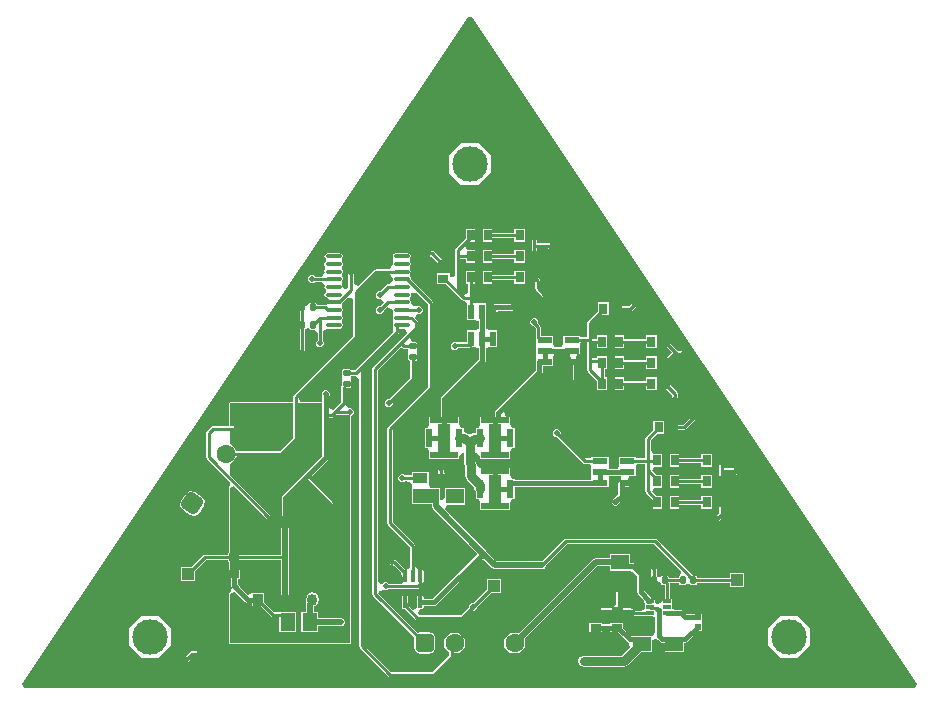
<source format=gtl>
G04*
G04 #@! TF.GenerationSoftware,Altium Limited,Altium Designer,21.6.4 (81)*
G04*
G04 Layer_Physical_Order=1*
G04 Layer_Color=255*
%FSLAX23Y23*%
%MOIN*%
G70*
G04*
G04 #@! TF.SameCoordinates,5C7EE660-6927-4EDB-96E5-1C855801FDE5*
G04*
G04*
G04 #@! TF.FilePolarity,Positive*
G04*
G01*
G75*
%ADD16R,0.026X0.035*%
%ADD17R,0.051X0.019*%
%ADD18R,0.031X0.037*%
%ADD19R,0.039X0.039*%
%ADD20R,0.087X0.047*%
%ADD21R,0.059X0.051*%
%ADD22R,0.094X0.031*%
%ADD23R,0.051X0.035*%
%ADD24R,0.024X0.059*%
%ADD25R,0.094X0.019*%
%ADD26R,0.039X0.094*%
%ADD27R,0.051X0.059*%
%ADD28R,0.035X0.026*%
%ADD29R,0.019X0.051*%
%ADD30R,0.059X0.051*%
G04:AMPARAMS|DCode=31|XSize=19mil|YSize=24mil|CornerRadius=2mil|HoleSize=0mil|Usage=FLASHONLY|Rotation=0.000|XOffset=0mil|YOffset=0mil|HoleType=Round|Shape=RoundedRectangle|*
%AMROUNDEDRECTD31*
21,1,0.019,0.020,0,0,0.0*
21,1,0.015,0.024,0,0,0.0*
1,1,0.004,0.008,-0.010*
1,1,0.004,-0.008,-0.010*
1,1,0.004,-0.008,0.010*
1,1,0.004,0.008,0.010*
%
%ADD31ROUNDEDRECTD31*%
G04:AMPARAMS|DCode=32|XSize=19mil|YSize=24mil|CornerRadius=2mil|HoleSize=0mil|Usage=FLASHONLY|Rotation=270.000|XOffset=0mil|YOffset=0mil|HoleType=Round|Shape=RoundedRectangle|*
%AMROUNDEDRECTD32*
21,1,0.019,0.020,0,0,270.0*
21,1,0.015,0.024,0,0,270.0*
1,1,0.004,-0.010,-0.008*
1,1,0.004,-0.010,0.008*
1,1,0.004,0.010,0.008*
1,1,0.004,0.010,-0.008*
%
%ADD32ROUNDEDRECTD32*%
G04:AMPARAMS|DCode=33|XSize=26mil|YSize=12mil|CornerRadius=1mil|HoleSize=0mil|Usage=FLASHONLY|Rotation=0.000|XOffset=0mil|YOffset=0mil|HoleType=Round|Shape=RoundedRectangle|*
%AMROUNDEDRECTD33*
21,1,0.026,0.010,0,0,0.0*
21,1,0.024,0.012,0,0,0.0*
1,1,0.002,0.012,-0.005*
1,1,0.002,-0.012,-0.005*
1,1,0.002,-0.012,0.005*
1,1,0.002,0.012,0.005*
%
%ADD33ROUNDEDRECTD33*%
%ADD34R,0.037X0.031*%
%ADD35R,0.059X0.047*%
%ADD36R,0.034X0.040*%
G04:AMPARAMS|DCode=37|XSize=40mil|YSize=34mil|CornerRadius=17mil|HoleSize=0mil|Usage=FLASHONLY|Rotation=90.000|XOffset=0mil|YOffset=0mil|HoleType=Round|Shape=RoundedRectangle|*
%AMROUNDEDRECTD37*
21,1,0.040,0.000,0,0,90.0*
21,1,0.005,0.034,0,0,90.0*
1,1,0.034,0.000,0.003*
1,1,0.034,0.000,-0.003*
1,1,0.034,0.000,-0.003*
1,1,0.034,0.000,0.003*
%
%ADD37ROUNDEDRECTD37*%
G04:AMPARAMS|DCode=38|XSize=40mil|YSize=125mil|CornerRadius=17mil|HoleSize=0mil|Usage=FLASHONLY|Rotation=90.000|XOffset=0mil|YOffset=0mil|HoleType=Round|Shape=RoundedRectangle|*
%AMROUNDEDRECTD38*
21,1,0.040,0.091,0,0,90.0*
21,1,0.005,0.125,0,0,90.0*
1,1,0.034,0.045,0.003*
1,1,0.034,0.045,-0.003*
1,1,0.034,-0.045,-0.003*
1,1,0.034,-0.045,0.003*
%
%ADD38ROUNDEDRECTD38*%
%ADD39R,0.020X0.020*%
G04:AMPARAMS|DCode=40|XSize=37mil|YSize=16mil|CornerRadius=2mil|HoleSize=0mil|Usage=FLASHONLY|Rotation=270.000|XOffset=0mil|YOffset=0mil|HoleType=Round|Shape=RoundedRectangle|*
%AMROUNDEDRECTD40*
21,1,0.037,0.012,0,0,270.0*
21,1,0.033,0.016,0,0,270.0*
1,1,0.004,-0.006,-0.017*
1,1,0.004,-0.006,0.017*
1,1,0.004,0.006,0.017*
1,1,0.004,0.006,-0.017*
%
%ADD40ROUNDEDRECTD40*%
%ADD41O,0.053X0.016*%
%ADD67C,0.010*%
%ADD68C,0.015*%
%ADD69C,0.020*%
%ADD70C,0.030*%
%ADD71C,0.118*%
%ADD72C,0.063*%
G04:AMPARAMS|DCode=73|XSize=63mil|YSize=63mil|CornerRadius=16mil|HoleSize=0mil|Usage=FLASHONLY|Rotation=56.000|XOffset=0mil|YOffset=0mil|HoleType=Round|Shape=RoundedRectangle|*
%AMROUNDEDRECTD73*
21,1,0.063,0.031,0,0,56.0*
21,1,0.031,0.063,0,0,56.0*
1,1,0.031,0.022,0.004*
1,1,0.031,0.004,-0.022*
1,1,0.031,-0.022,-0.004*
1,1,0.031,-0.004,0.022*
%
%ADD73ROUNDEDRECTD73*%
G04:AMPARAMS|DCode=74|XSize=63mil|YSize=63mil|CornerRadius=16mil|HoleSize=0mil|Usage=FLASHONLY|Rotation=0.000|XOffset=0mil|YOffset=0mil|HoleType=Round|Shape=RoundedRectangle|*
%AMROUNDEDRECTD74*
21,1,0.063,0.031,0,0,0.0*
21,1,0.031,0.063,0,0,0.0*
1,1,0.031,0.016,-0.016*
1,1,0.031,-0.016,-0.016*
1,1,0.031,-0.016,0.016*
1,1,0.031,0.016,0.016*
%
%ADD74ROUNDEDRECTD74*%
%ADD75C,0.020*%
G36*
X1491Y-737D02*
X1484Y-750D01*
X-1484D01*
X-1491Y-737D01*
X-7Y1489D01*
X7D01*
X1491Y-737D01*
D02*
G37*
%LPC*%
G36*
X29Y1067D02*
X-29D01*
X-70Y1026D01*
Y968D01*
X-29Y927D01*
X29D01*
X70Y968D01*
Y1026D01*
X29Y1067D01*
D02*
G37*
G36*
X186Y782D02*
X148D01*
Y769D01*
X76D01*
Y781D01*
X44D01*
Y739D01*
X76D01*
Y751D01*
X148D01*
Y738D01*
X186D01*
Y782D01*
D02*
G37*
G36*
X216Y769D02*
X210Y766D01*
X210D01*
X208Y762D01*
D01*
X207Y760D01*
X207Y760D01*
X207Y758D01*
Y725D01*
X207Y698D01*
X207Y690D01*
X207Y690D01*
X208Y688D01*
D01*
X210Y684D01*
X210D01*
X216Y681D01*
X222Y684D01*
X222D01*
X224Y688D01*
D01*
X225Y690D01*
X225Y690D01*
X225Y692D01*
Y716D01*
X259D01*
X262Y716D01*
X264Y714D01*
X264D01*
X270Y711D01*
X270Y711D01*
X273Y712D01*
Y712D01*
X276Y714D01*
X278Y717D01*
X278D01*
X279Y720D01*
X276Y726D01*
Y726D01*
X271Y731D01*
X271Y731D01*
X270Y731D01*
X265Y734D01*
X265Y734D01*
X264Y734D01*
X225D01*
X225Y752D01*
X225Y760D01*
X225Y760D01*
X224Y762D01*
D01*
X222Y766D01*
X222D01*
X216Y769D01*
D02*
G37*
G36*
X-135Y709D02*
X-135Y709D01*
X-137Y708D01*
D01*
X-141Y706D01*
Y706D01*
X-144Y700D01*
X-144Y700D01*
X-141Y694D01*
Y694D01*
X-137Y692D01*
D01*
X-137Y692D01*
X-125Y686D01*
X-101Y662D01*
X-98Y658D01*
X-98Y658D01*
X-91Y656D01*
X-91Y656D01*
X-89Y656D01*
X-89Y656D01*
X-86Y657D01*
Y657D01*
X-82Y658D01*
X-80Y665D01*
X-82Y671D01*
X-87Y673D01*
X-121Y706D01*
X-127Y709D01*
X-135Y709D01*
X-135Y709D01*
D02*
G37*
G36*
X186Y712D02*
X148D01*
Y699D01*
X76D01*
Y711D01*
X44D01*
Y669D01*
X76D01*
Y681D01*
X148D01*
Y668D01*
X186D01*
Y712D01*
D02*
G37*
G36*
X19Y781D02*
X-13D01*
Y752D01*
X-46Y718D01*
X-49Y712D01*
Y696D01*
Y625D01*
X-64Y617D01*
X-67Y619D01*
Y634D01*
X-110D01*
Y597D01*
X-79D01*
X-46Y564D01*
X-26Y544D01*
X-20Y541D01*
X-20D01*
X-8Y534D01*
Y477D01*
X14D01*
X16Y477D01*
X30Y474D01*
Y446D01*
X16Y443D01*
X14Y443D01*
X-8D01*
Y403D01*
X-44D01*
X-45Y403D01*
X-55D01*
X-63Y395D01*
Y385D01*
X-55Y377D01*
X-45D01*
X-37Y385D01*
Y385D01*
X-0D01*
X1Y386D01*
X14D01*
X16Y386D01*
X30Y383D01*
Y346D01*
X-93Y223D01*
X-96Y215D01*
Y155D01*
X-135D01*
Y131D01*
X-135D01*
X-140Y118D01*
X-150D01*
Y52D01*
X-140D01*
X-135Y39D01*
X-135D01*
Y15D01*
X-35D01*
Y25D01*
X-20Y38D01*
X-20Y38D01*
X-19Y38D01*
Y0D01*
X-14Y-12D01*
Y-43D01*
X-9Y-57D01*
X16Y-82D01*
Y-85D01*
X20Y-96D01*
Y-118D01*
X30D01*
X35Y-131D01*
X35Y-133D01*
Y-155D01*
X135D01*
Y-131D01*
X135D01*
X140Y-118D01*
X150D01*
Y-79D01*
X406D01*
Y-80D01*
X463D01*
Y-55D01*
X463Y-55D01*
X466Y-41D01*
X497D01*
Y-42D01*
X503D01*
X506Y-57D01*
X501Y-59D01*
X499Y-61D01*
X496Y-69D01*
Y-103D01*
X477Y-122D01*
X474Y-130D01*
X477Y-138D01*
X485Y-141D01*
X493Y-138D01*
X515Y-116D01*
X519Y-108D01*
Y-79D01*
X525D01*
X534Y-75D01*
X537Y-67D01*
X534Y-59D01*
X528Y-57D01*
X531Y-42D01*
X554D01*
Y-20D01*
X554Y-18D01*
Y-5D01*
X558Y-1D01*
X586D01*
Y-24D01*
Y-94D01*
X589Y-100D01*
X611Y-122D01*
Y-151D01*
X642D01*
Y-109D01*
X623D01*
X608Y-95D01*
X616Y-81D01*
X642D01*
Y-39D01*
X623D01*
X608Y-25D01*
X616Y-11D01*
X642D01*
Y31D01*
X611D01*
X604Y43D01*
Y78D01*
X624Y98D01*
X649D01*
Y142D01*
X612D01*
Y111D01*
X589Y88D01*
X586Y82D01*
Y16D01*
X554D01*
Y20D01*
X497D01*
Y-3D01*
X497Y-5D01*
X494Y-19D01*
X466D01*
X463Y-5D01*
X463Y-3D01*
Y20D01*
X406D01*
Y16D01*
X386D01*
X303Y99D01*
Y105D01*
X295Y113D01*
X285D01*
X277Y105D01*
Y95D01*
X285Y87D01*
X291D01*
X376Y1D01*
X383Y-1D01*
X402D01*
X406Y-5D01*
Y-18D01*
X406Y-20D01*
Y-42D01*
X406Y-42D01*
X403Y-56D01*
X150D01*
Y-52D01*
X140D01*
X135Y-39D01*
X135D01*
Y-15D01*
X39D01*
X35Y-15D01*
X24Y-5D01*
X19Y7D01*
Y38D01*
X20Y38D01*
X20Y38D01*
X35Y25D01*
Y15D01*
X135D01*
Y39D01*
X135D01*
X140Y52D01*
X150D01*
Y118D01*
X140D01*
X135Y131D01*
X135D01*
Y155D01*
X121D01*
X114Y170D01*
X239Y296D01*
X243Y304D01*
Y325D01*
X278D01*
Y350D01*
X278Y350D01*
X281Y364D01*
X312D01*
Y363D01*
X335D01*
X338Y348D01*
X332Y346D01*
X329Y338D01*
X332Y330D01*
X340Y326D01*
X344D01*
Y275D01*
X347Y267D01*
X355Y264D01*
X363Y267D01*
X366Y275D01*
Y336D01*
X363Y344D01*
X361Y346D01*
X356Y348D01*
X359Y363D01*
X369D01*
Y385D01*
X369Y387D01*
Y400D01*
X373Y404D01*
X391D01*
Y342D01*
Y311D01*
X394Y305D01*
X426Y273D01*
Y244D01*
X457D01*
Y286D01*
X450D01*
Y314D01*
X457D01*
Y356D01*
X426D01*
Y351D01*
X409D01*
Y396D01*
X426D01*
Y384D01*
X457D01*
Y426D01*
X426D01*
Y414D01*
X409D01*
Y463D01*
X439Y493D01*
X464D01*
Y537D01*
X427D01*
Y506D01*
X394Y473D01*
X391Y467D01*
Y421D01*
X369D01*
Y425D01*
X312D01*
Y402D01*
X312Y400D01*
X309Y386D01*
X281D01*
X278Y400D01*
X278Y402D01*
Y425D01*
X238D01*
Y453D01*
X235Y459D01*
X228Y467D01*
Y475D01*
X220Y483D01*
X210D01*
X202Y475D01*
Y465D01*
X210Y457D01*
X213D01*
X220Y450D01*
Y417D01*
X221Y415D01*
Y402D01*
X221Y400D01*
Y387D01*
X221Y385D01*
Y363D01*
X221D01*
X221Y350D01*
X220Y336D01*
Y308D01*
X86Y174D01*
X83Y166D01*
Y155D01*
X35D01*
Y133D01*
X35Y131D01*
X30Y118D01*
X20D01*
Y102D01*
X15D01*
X1Y96D01*
X0Y95D01*
X-4Y99D01*
X-18Y104D01*
X-20D01*
Y118D01*
X-30D01*
X-35Y131D01*
X-35Y133D01*
Y155D01*
X-74D01*
Y210D01*
X49Y333D01*
X53Y341D01*
Y383D01*
X67Y386D01*
X67Y386D01*
X67Y386D01*
X91D01*
Y443D01*
X67D01*
X67Y443D01*
X53Y446D01*
Y477D01*
X54D01*
Y534D01*
X31D01*
X29Y534D01*
X16D01*
X12Y538D01*
Y599D01*
X19D01*
Y641D01*
X-13D01*
Y599D01*
X-5D01*
Y567D01*
X-20Y562D01*
X-31Y573D01*
Y681D01*
X-13D01*
Y669D01*
X19D01*
Y711D01*
X-8D01*
X-15Y725D01*
X-1Y739D01*
X19D01*
Y781D01*
D02*
G37*
G36*
X186Y642D02*
X148D01*
Y629D01*
X76D01*
Y641D01*
X44D01*
Y599D01*
X76D01*
Y611D01*
X148D01*
Y598D01*
X186D01*
Y642D01*
D02*
G37*
G36*
X216Y629D02*
X216Y629D01*
X213Y627D01*
Y627D01*
X210Y626D01*
X209Y623D01*
D01*
X207Y620D01*
X207Y620D01*
X210Y614D01*
Y614D01*
X218Y606D01*
Y583D01*
X221Y577D01*
X242Y555D01*
X244Y554D01*
X244D01*
X250Y551D01*
X250Y551D01*
X253Y553D01*
Y553D01*
X256Y554D01*
X257Y557D01*
D01*
X259Y560D01*
X259Y560D01*
X256Y566D01*
Y566D01*
X251Y572D01*
X235Y587D01*
Y609D01*
X233Y615D01*
X224Y625D01*
X222Y626D01*
X222D01*
X216Y629D01*
X216Y629D01*
D02*
G37*
G36*
X-208Y702D02*
X-246D01*
X-254Y698D01*
X-257Y690D01*
X-254Y682D01*
Y673D01*
X-257Y665D01*
X-256Y663D01*
X-265Y648D01*
X-311D01*
X-317Y645D01*
X-371Y591D01*
X-386Y597D01*
X-386Y627D01*
X-386Y635D01*
X-386Y635D01*
X-387Y637D01*
D01*
X-389Y641D01*
X-389D01*
X-395Y644D01*
X-401Y641D01*
X-401D01*
X-403Y637D01*
D01*
X-404Y635D01*
X-404Y635D01*
X-404Y633D01*
Y584D01*
X-411Y581D01*
X-421Y583D01*
X-423Y586D01*
X-423Y588D01*
X-424Y591D01*
X-426Y601D01*
X-424Y608D01*
X-424Y610D01*
X-423Y613D01*
X-425Y626D01*
X-423Y639D01*
X-425Y652D01*
X-423Y665D01*
X-426Y673D01*
Y682D01*
X-423Y690D01*
X-426Y698D01*
X-434Y702D01*
X-472D01*
X-480Y698D01*
X-484Y690D01*
X-480Y682D01*
Y673D01*
X-484Y665D01*
X-481Y652D01*
X-484Y639D01*
X-483Y638D01*
X-485Y634D01*
X-491Y622D01*
X-514D01*
X-520Y628D01*
X-530D01*
X-538Y620D01*
Y610D01*
X-530Y602D01*
X-520D01*
X-517Y605D01*
X-491D01*
X-483Y590D01*
X-484Y588D01*
X-480Y579D01*
Y571D01*
X-484Y562D01*
X-480Y554D01*
X-472Y550D01*
X-471D01*
X-469Y547D01*
X-474Y528D01*
X-476Y526D01*
X-482Y529D01*
X-509D01*
Y530D01*
X-511Y534D01*
X-514Y535D01*
X-530D01*
X-534Y534D01*
X-535Y530D01*
X-549Y522D01*
X-550Y522D01*
X-550Y522D01*
X-552Y526D01*
X-552D01*
X-558Y529D01*
X-558Y529D01*
X-564Y526D01*
X-564D01*
X-566Y522D01*
X-566D01*
X-567Y520D01*
X-567Y520D01*
X-567Y518D01*
Y460D01*
Y382D01*
X-567Y374D01*
X-569Y370D01*
X-566Y364D01*
X-560Y361D01*
X-554Y364D01*
X-554D01*
X-552Y366D01*
X-552Y366D01*
X-549Y372D01*
X-549Y372D01*
X-549Y377D01*
Y448D01*
X-535Y450D01*
X-534Y446D01*
X-530Y445D01*
X-514D01*
X-507Y431D01*
Y411D01*
X-513Y405D01*
Y395D01*
X-505Y387D01*
X-495D01*
X-487Y395D01*
Y405D01*
X-490Y409D01*
Y442D01*
X-475Y449D01*
X-472Y448D01*
X-434D01*
X-426Y452D01*
X-423Y460D01*
X-426Y468D01*
Y477D01*
X-423Y485D01*
X-426Y494D01*
Y503D01*
X-423Y511D01*
X-425Y517D01*
X-426Y521D01*
X-424Y535D01*
X-404Y555D01*
X-389Y549D01*
Y424D01*
X-586Y226D01*
X-589Y220D01*
Y203D01*
X-800D01*
X-802Y202D01*
X-803Y200D01*
Y123D01*
X-856D01*
X-862Y120D01*
X-876Y106D01*
X-879Y100D01*
Y20D01*
X-876Y14D01*
X-798Y-64D01*
X-800Y-74D01*
X-802Y-80D01*
X-803Y-80D01*
X-803Y-81D01*
Y-81D01*
X-803Y-82D01*
Y-298D01*
X-805D01*
Y-305D01*
X-883D01*
X-889Y-307D01*
X-930Y-347D01*
X-963D01*
Y-393D01*
X-917D01*
Y-360D01*
X-880Y-322D01*
X-805D01*
Y-329D01*
X-803D01*
Y-355D01*
X-802Y-357D01*
X-800Y-358D01*
X-796Y-370D01*
Y-409D01*
X-792Y-417D01*
X-800Y-431D01*
X-801Y-432D01*
X-802Y-432D01*
X-802Y-432D01*
X-803Y-433D01*
X-803Y-433D01*
X-803Y-434D01*
X-803Y-435D01*
Y-600D01*
X-802Y-602D01*
X-800Y-603D01*
X-400D01*
X-398Y-602D01*
X-397Y-600D01*
Y157D01*
X-395D01*
X-387Y165D01*
Y175D01*
X-395Y183D01*
X-404D01*
X-410Y190D01*
X-414Y195D01*
X-411Y200D01*
Y251D01*
X-411Y252D01*
X-400D01*
X-396Y254D01*
X-395Y257D01*
Y273D01*
X-395Y274D01*
X-396Y277D01*
X-396Y291D01*
X-380D01*
X-369Y280D01*
Y-610D01*
X-366Y-616D01*
X-271Y-711D01*
X-265Y-714D01*
X-120D01*
X-114Y-711D01*
X-54Y-651D01*
X-51Y-645D01*
Y-634D01*
X-36D01*
X-16Y-614D01*
Y-586D01*
X-36Y-566D01*
X-64D01*
X-84Y-586D01*
Y-614D01*
X-69Y-630D01*
Y-642D01*
X-124Y-696D01*
X-261D01*
X-351Y-606D01*
Y316D01*
X-237Y431D01*
X-234Y437D01*
Y448D01*
X-215D01*
X-209Y433D01*
X-236Y406D01*
X-321Y321D01*
X-324Y315D01*
Y-435D01*
X-321Y-441D01*
X-184Y-579D01*
X-186Y-584D01*
Y-616D01*
X-180Y-630D01*
X-166Y-636D01*
X-134D01*
X-120Y-630D01*
X-114Y-616D01*
Y-584D01*
X-120Y-570D01*
X-134Y-564D01*
X-166D01*
X-171Y-566D01*
X-304Y-434D01*
X-303Y-429D01*
X-301Y-426D01*
X-286Y-422D01*
X-285Y-423D01*
X-275D01*
X-270Y-419D01*
X-173D01*
X-167Y-416D01*
X-161Y-410D01*
X-159Y-404D01*
Y-399D01*
X-159D01*
X-155Y-397D01*
X-153Y-393D01*
Y-360D01*
X-155Y-356D01*
X-159Y-355D01*
X-170Y-355D01*
X-181Y-344D01*
Y-275D01*
X-184Y-269D01*
X-256Y-196D01*
Y111D01*
X-124Y244D01*
X-121Y250D01*
Y535D01*
X-124Y541D01*
X-197Y614D01*
X-197Y615D01*
X-199Y627D01*
X-198Y636D01*
X-196Y639D01*
X-200Y647D01*
Y656D01*
X-196Y665D01*
X-200Y673D01*
Y682D01*
X-196Y690D01*
X-200Y698D01*
X-208Y702D01*
D02*
G37*
G36*
X550Y539D02*
X544Y536D01*
X544D01*
X542Y535D01*
X531Y524D01*
X502Y524D01*
X495Y524D01*
X495Y524D01*
X492Y523D01*
D01*
X488Y521D01*
Y521D01*
X486Y515D01*
X488Y509D01*
Y509D01*
X492Y507D01*
D01*
X495Y506D01*
X495Y506D01*
X497Y506D01*
X535D01*
X541Y509D01*
X555Y522D01*
X556Y524D01*
Y524D01*
X559Y530D01*
X559Y530D01*
X558Y533D01*
X558D01*
X556Y536D01*
X553Y538D01*
D01*
X550Y539D01*
X550Y539D01*
D02*
G37*
G36*
X140Y531D02*
X83D01*
X75Y528D01*
X72Y520D01*
X72Y520D01*
X70Y516D01*
X70Y505D01*
X70Y505D01*
X71Y503D01*
D01*
X73Y499D01*
X73D01*
X79Y497D01*
X79Y497D01*
X85Y499D01*
X85D01*
X87Y503D01*
D01*
X87Y503D01*
X99Y509D01*
X140D01*
X148Y512D01*
X151Y520D01*
X148Y528D01*
X140Y531D01*
D02*
G37*
G36*
X624Y427D02*
X587D01*
Y414D01*
X514D01*
Y426D01*
X483D01*
Y384D01*
X514D01*
Y396D01*
X587D01*
Y383D01*
X624D01*
Y427D01*
D02*
G37*
G36*
X655Y411D02*
X655Y411D01*
X652Y410D01*
Y410D01*
X648Y408D01*
X647Y405D01*
D01*
X646Y402D01*
X646Y402D01*
X648Y396D01*
Y396D01*
X654Y390D01*
X674Y370D01*
X650Y346D01*
X648Y344D01*
Y344D01*
X646Y338D01*
X646Y338D01*
X647Y335D01*
X647D01*
X648Y332D01*
X652Y330D01*
D01*
X655Y329D01*
X655Y329D01*
X661Y332D01*
X661D01*
X666Y337D01*
X685Y356D01*
X702Y356D01*
X710Y356D01*
X710Y356D01*
X712Y357D01*
D01*
X716Y359D01*
Y359D01*
X719Y365D01*
X716Y371D01*
Y371D01*
X712Y373D01*
D01*
X710Y374D01*
X710Y374D01*
X708Y374D01*
X695D01*
X662Y407D01*
X661Y408D01*
X661D01*
X655Y411D01*
X655Y411D01*
D02*
G37*
G36*
X624Y357D02*
X587D01*
Y344D01*
X514D01*
Y356D01*
X483D01*
Y314D01*
X514D01*
Y326D01*
X587D01*
Y313D01*
X624D01*
Y357D01*
D02*
G37*
G36*
Y287D02*
X587D01*
Y274D01*
X514D01*
Y286D01*
X483D01*
Y244D01*
X514D01*
Y256D01*
X587D01*
Y243D01*
X624D01*
Y287D01*
D02*
G37*
G36*
X655Y274D02*
X648Y271D01*
X647Y267D01*
D01*
X646Y265D01*
X646Y265D01*
X646Y262D01*
X646Y262D01*
X648Y256D01*
X648Y256D01*
X652Y252D01*
X676Y228D01*
X676Y215D01*
X676Y215D01*
X677Y213D01*
D01*
X679Y209D01*
X679D01*
X685Y206D01*
X691Y209D01*
X691D01*
X693Y213D01*
D01*
X694Y215D01*
X694Y215D01*
X694Y217D01*
Y232D01*
X691Y238D01*
X663Y266D01*
X661Y271D01*
X655Y274D01*
D02*
G37*
G36*
X745Y159D02*
X739Y156D01*
X739D01*
X733Y151D01*
X711Y129D01*
X687Y129D01*
X680Y129D01*
X680Y129D01*
X677Y128D01*
D01*
X673Y126D01*
Y126D01*
X671Y120D01*
X673Y114D01*
Y114D01*
X677Y112D01*
D01*
X680Y111D01*
X680Y111D01*
X682Y111D01*
X715D01*
X721Y114D01*
X750Y142D01*
X751Y144D01*
Y144D01*
X754Y150D01*
X754Y150D01*
X752Y153D01*
X752D01*
X751Y156D01*
X748Y157D01*
D01*
X745Y159D01*
X745Y159D01*
D02*
G37*
G36*
X809Y32D02*
X772D01*
Y19D01*
X699D01*
Y31D01*
X668D01*
Y-11D01*
X699D01*
Y1D01*
X772D01*
Y-12D01*
X809D01*
Y32D01*
D02*
G37*
G36*
X840Y19D02*
X833Y16D01*
X833D01*
X832Y12D01*
D01*
X831Y10D01*
X831Y10D01*
X831Y8D01*
Y-25D01*
X831Y-52D01*
X831Y-60D01*
X831Y-60D01*
X832Y-62D01*
D01*
X833Y-66D01*
X833D01*
X840Y-69D01*
X846Y-66D01*
X846D01*
X847Y-62D01*
D01*
X848Y-60D01*
X848Y-60D01*
X848Y-58D01*
Y-34D01*
X874D01*
X877Y-34D01*
X879Y-36D01*
X879D01*
X885Y-39D01*
X885Y-39D01*
X888Y-38D01*
Y-38D01*
X891Y-36D01*
X892Y-33D01*
X892D01*
X894Y-30D01*
X891Y-24D01*
Y-24D01*
X886Y-19D01*
X886Y-19D01*
X885Y-19D01*
X880Y-16D01*
X880Y-16D01*
X879Y-16D01*
X848D01*
X848Y2D01*
X848Y10D01*
X848Y10D01*
X847Y12D01*
D01*
X846Y16D01*
X846D01*
X840Y19D01*
D02*
G37*
G36*
X-136Y-28D02*
X-193D01*
Y-40D01*
X-216D01*
X-220Y-37D01*
X-230D01*
X-238Y-45D01*
Y-55D01*
X-230Y-63D01*
X-220D01*
X-217Y-60D01*
X-200Y-61D01*
X-196Y-66D01*
X-193Y-73D01*
X-193Y-83D01*
X-193Y-85D01*
Y-137D01*
X-127D01*
Y-143D01*
X-123Y-153D01*
X26Y-303D01*
X-123Y-452D01*
X-153D01*
Y-447D01*
X-155Y-443D01*
X-159Y-441D01*
X-170D01*
X-174Y-443D01*
X-176Y-447D01*
Y-463D01*
X-176Y-463D01*
X-176Y-464D01*
X-176Y-479D01*
X-176Y-481D01*
X-188Y-489D01*
X-204Y-473D01*
Y-466D01*
X-204Y-466D01*
Y-447D01*
X-206Y-443D01*
X-210Y-441D01*
X-221D01*
X-225Y-443D01*
X-227Y-447D01*
Y-480D01*
X-225Y-484D01*
X-221Y-485D01*
X-217D01*
X-181Y-521D01*
X-175Y-524D01*
X-25D01*
X-19Y-521D01*
X9Y-493D01*
X15D01*
X23Y-485D01*
Y-479D01*
X70Y-433D01*
X103D01*
Y-387D01*
X57D01*
Y-420D01*
X11Y-467D01*
X5D01*
X-3Y-475D01*
Y-481D01*
X-29Y-506D01*
X-168D01*
X-173Y-500D01*
X-173Y-499D01*
X-165Y-485D01*
X-159Y-485D01*
X-155Y-484D01*
X-153Y-480D01*
Y-475D01*
X-118D01*
X-110Y-471D01*
X42Y-319D01*
X74Y-350D01*
X74Y-350D01*
X84Y-354D01*
X84Y-354D01*
X240D01*
X243Y-353D01*
X245D01*
X247Y-351D01*
X250Y-350D01*
X251Y-347D01*
X253Y-345D01*
Y-343D01*
X254Y-340D01*
X254Y-339D01*
X324Y-269D01*
X614D01*
X706Y-360D01*
X704Y-367D01*
X700Y-376D01*
X699Y-376D01*
X697Y-380D01*
Y-381D01*
X663D01*
Y-380D01*
X661Y-376D01*
X658Y-375D01*
X642D01*
X639Y-376D01*
X637Y-380D01*
X623Y-378D01*
X623Y-376D01*
X623Y-352D01*
X624Y-350D01*
X621Y-344D01*
X615Y-341D01*
X609Y-344D01*
X609D01*
X608Y-345D01*
X608Y-345D01*
X607Y-347D01*
X606Y-351D01*
X606Y-351D01*
X606Y-351D01*
X606Y-351D01*
X606Y-361D01*
X606Y-382D01*
X606Y-390D01*
X606Y-390D01*
X606Y-392D01*
X606D01*
X608Y-396D01*
X608D01*
X614Y-399D01*
X620Y-396D01*
X622Y-392D01*
X622Y-392D01*
X623Y-392D01*
X637Y-400D01*
X639Y-404D01*
X642Y-405D01*
X650D01*
Y-451D01*
X647D01*
X644Y-452D01*
X643Y-455D01*
Y-458D01*
X629Y-470D01*
X623Y-470D01*
X617Y-461D01*
Y-455D01*
X616Y-452D01*
X613Y-451D01*
X606D01*
X605Y-451D01*
X604Y-447D01*
X581Y-425D01*
Y-370D01*
X578Y-362D01*
X551Y-335D01*
X543Y-332D01*
X533D01*
Y-301D01*
X467D01*
Y-316D01*
X420D01*
X420Y-316D01*
X410Y-320D01*
X410Y-320D01*
X164Y-566D01*
X164Y-566D01*
X136D01*
X116Y-586D01*
Y-614D01*
X136Y-634D01*
X164D01*
X184Y-614D01*
Y-586D01*
X184Y-586D01*
X426Y-344D01*
X467D01*
Y-359D01*
X533D01*
Y-359D01*
X546Y-362D01*
X559Y-375D01*
Y-429D01*
X562Y-437D01*
X582Y-457D01*
X586Y-472D01*
X585Y-475D01*
X585Y-485D01*
X571Y-491D01*
X548D01*
X543Y-485D01*
X536Y-483D01*
X511D01*
Y-405D01*
X508Y-397D01*
X500Y-393D01*
X492Y-397D01*
X489Y-405D01*
Y-468D01*
X474Y-483D01*
X428D01*
X422Y-483D01*
X420Y-483D01*
X420Y-483D01*
X418Y-484D01*
D01*
X414Y-485D01*
Y-485D01*
X411Y-491D01*
X414Y-498D01*
Y-498D01*
X418Y-499D01*
D01*
X420Y-500D01*
X420Y-500D01*
X422Y-500D01*
X533D01*
X539Y-506D01*
X545Y-509D01*
X545Y-509D01*
X589D01*
X599Y-509D01*
X599D01*
X601Y-509D01*
X604Y-507D01*
X616Y-513D01*
X617Y-513D01*
X619Y-514D01*
Y-558D01*
X614Y-571D01*
Y-571D01*
X614Y-571D01*
Y-571D01*
X609Y-576D01*
X604Y-577D01*
X601Y-577D01*
X556D01*
X554Y-576D01*
X538D01*
X511Y-548D01*
Y-533D01*
X469D01*
Y-537D01*
X441D01*
Y-533D01*
X399D01*
Y-564D01*
X441D01*
Y-560D01*
X469D01*
Y-564D01*
X495D01*
X526Y-595D01*
X528Y-596D01*
X533Y-611D01*
X533Y-613D01*
X505Y-641D01*
X380D01*
X366Y-646D01*
X361Y-660D01*
X366Y-674D01*
X380Y-679D01*
X514D01*
X527Y-674D01*
X571Y-630D01*
X608D01*
Y-591D01*
X608Y-591D01*
X609Y-589D01*
X622Y-585D01*
X633Y-594D01*
X634Y-595D01*
X642Y-599D01*
X650D01*
Y-630D01*
X715D01*
Y-599D01*
X718D01*
X726Y-595D01*
X763Y-559D01*
X773D01*
X773Y-533D01*
X773Y-518D01*
Y-501D01*
X747D01*
Y-503D01*
X722D01*
X711Y-492D01*
X703Y-488D01*
X689D01*
X675Y-485D01*
X675Y-465D01*
X675Y-455D01*
X674Y-452D01*
X671Y-451D01*
X668D01*
Y-401D01*
X669Y-399D01*
X697D01*
Y-400D01*
X699Y-404D01*
X702Y-405D01*
X718D01*
X719Y-405D01*
X722Y-404D01*
X734D01*
X737Y-405D01*
X738Y-405D01*
X754D01*
X757Y-404D01*
X759Y-400D01*
Y-399D01*
X867D01*
Y-413D01*
X913D01*
Y-367D01*
X867D01*
Y-381D01*
X759D01*
Y-380D01*
X757Y-376D01*
X754Y-375D01*
X745D01*
X624Y-254D01*
X618Y-251D01*
X320D01*
X314Y-254D01*
X241Y-326D01*
X240Y-326D01*
X89D01*
X54Y-291D01*
X54Y-291D01*
X-83Y-153D01*
X-77Y-139D01*
X-70Y-139D01*
X-17D01*
Y-81D01*
X-83D01*
Y-117D01*
X-98Y-125D01*
X-99Y-124D01*
Y-124D01*
X-99Y-124D01*
X-100Y-121D01*
Y-83D01*
X-132D01*
X-136Y-70D01*
X-136Y-68D01*
Y-28D01*
D02*
G37*
G36*
X809Y-38D02*
X772D01*
Y-51D01*
X699D01*
Y-39D01*
X668D01*
Y-81D01*
X699D01*
Y-69D01*
X772D01*
Y-82D01*
X809D01*
Y-38D01*
D02*
G37*
G36*
X-95Y-11D02*
X-101Y-14D01*
X-101D01*
X-103Y-18D01*
D01*
X-104Y-20D01*
X-104Y-20D01*
X-104Y-22D01*
Y-38D01*
X-101Y-44D01*
X-90Y-55D01*
X-84Y-58D01*
X-68Y-58D01*
X-68Y-58D01*
X-65Y-57D01*
D01*
X-62Y-55D01*
Y-55D01*
X-59Y-49D01*
X-62Y-43D01*
Y-43D01*
X-65Y-41D01*
D01*
X-68Y-40D01*
X-68Y-40D01*
X-70Y-40D01*
X-74D01*
X-86Y-28D01*
X-86Y-20D01*
X-86Y-20D01*
X-87Y-18D01*
D01*
X-89Y-14D01*
X-89D01*
X-95Y-11D01*
D02*
G37*
G36*
X809Y-108D02*
X772D01*
Y-121D01*
X699D01*
Y-109D01*
X668D01*
Y-151D01*
X699D01*
Y-139D01*
X772D01*
Y-152D01*
X809D01*
Y-108D01*
D02*
G37*
G36*
X-932Y-93D02*
X-945Y-101D01*
X-963Y-127D01*
X-966Y-142D01*
X-957Y-155D01*
X-931Y-173D01*
X-916Y-176D01*
X-903Y-168D01*
X-885Y-141D01*
X-882Y-126D01*
X-891Y-113D01*
X-917Y-96D01*
X-932Y-93D01*
D02*
G37*
G36*
X840Y-121D02*
X833Y-124D01*
X833D01*
X832Y-128D01*
D01*
X831Y-130D01*
X831Y-130D01*
X831Y-132D01*
Y-167D01*
X820Y-177D01*
X819Y-179D01*
Y-179D01*
X816Y-185D01*
X816Y-185D01*
X817Y-188D01*
X817D01*
X819Y-191D01*
X822Y-192D01*
D01*
X825Y-194D01*
X825Y-194D01*
X831Y-191D01*
X831D01*
X837Y-186D01*
X846Y-177D01*
X848Y-170D01*
X848Y-138D01*
X848Y-130D01*
X848Y-130D01*
X847Y-128D01*
D01*
X846Y-124D01*
X846D01*
X840Y-121D01*
D02*
G37*
G36*
X-890Y-626D02*
X-892Y-626D01*
X-925D01*
X-931Y-629D01*
X-950Y-647D01*
X-951Y-649D01*
Y-649D01*
X-954Y-655D01*
X-954Y-655D01*
X-952Y-658D01*
X-952D01*
X-951Y-661D01*
X-948Y-663D01*
D01*
X-945Y-664D01*
X-945Y-664D01*
X-939Y-661D01*
X-939D01*
X-933Y-656D01*
X-921Y-644D01*
X-898Y-644D01*
X-890Y-644D01*
X-890Y-644D01*
X-884Y-641D01*
Y-641D01*
X-881Y-635D01*
X-884Y-629D01*
X-888Y-627D01*
D01*
X-890Y-626D01*
X-890Y-626D01*
D02*
G37*
G36*
X1094Y-508D02*
X1036D01*
X995Y-549D01*
Y-607D01*
X1036Y-648D01*
X1094D01*
X1135Y-607D01*
Y-549D01*
X1094Y-508D01*
D02*
G37*
G36*
X-1036D02*
X-1094D01*
X-1135Y-549D01*
Y-607D01*
X-1094Y-648D01*
X-1036D01*
X-995Y-607D01*
Y-549D01*
X-1036Y-508D01*
D02*
G37*
%LPD*%
G36*
X-265Y630D02*
X-256Y615D01*
X-257Y613D01*
X-256Y611D01*
X-265Y596D01*
X-272D01*
X-278Y594D01*
X-299Y573D01*
X-305D01*
X-313Y565D01*
Y555D01*
X-305Y547D01*
X-296D01*
X-287Y535D01*
X-299Y523D01*
X-305D01*
X-313Y515D01*
Y505D01*
X-305Y497D01*
X-295D01*
X-287Y505D01*
Y510D01*
X-276Y520D01*
X-270Y519D01*
X-257Y511D01*
X-256Y508D01*
X-254Y498D01*
X-256Y489D01*
X-257Y485D01*
X-254Y477D01*
Y468D01*
X-256Y464D01*
X-257Y460D01*
X-254Y452D01*
X-255Y437D01*
X-366Y326D01*
X-381Y311D01*
X-396Y312D01*
X-400Y314D01*
X-420D01*
X-424Y312D01*
X-425Y309D01*
Y293D01*
X-425Y292D01*
X-424Y289D01*
Y277D01*
X-425Y274D01*
X-425Y273D01*
Y262D01*
X-426Y261D01*
X-429Y255D01*
Y204D01*
X-454Y179D01*
X-463Y181D01*
X-469Y185D01*
Y223D01*
X-467Y225D01*
Y235D01*
X-475Y243D01*
X-485D01*
X-493Y235D01*
Y225D01*
X-491Y223D01*
Y203D01*
X-567D01*
X-570Y218D01*
X-374Y414D01*
X-371Y420D01*
Y566D01*
X-307Y630D01*
X-265D01*
D02*
G37*
G36*
X-139Y532D02*
Y254D01*
X-271Y121D01*
X-274Y115D01*
Y-200D01*
X-271Y-206D01*
X-199Y-279D01*
Y-348D01*
X-212Y-355D01*
X-215Y-354D01*
X-245Y-324D01*
X-251Y-321D01*
X-260Y-321D01*
X-260Y-321D01*
X-262Y-322D01*
D01*
X-266Y-324D01*
Y-324D01*
X-269Y-330D01*
X-269Y-330D01*
X-266Y-336D01*
Y-336D01*
X-262Y-338D01*
D01*
X-262Y-338D01*
X-250Y-344D01*
X-228Y-366D01*
X-224Y-376D01*
X-224Y-377D01*
X-222Y-383D01*
X-218Y-391D01*
X-226Y-401D01*
X-270D01*
X-275Y-397D01*
X-285D01*
X-291Y-402D01*
X-291Y-403D01*
X-295Y-402D01*
Y-402D01*
X-295Y-402D01*
X-295D01*
X-306Y-394D01*
Y311D01*
X-230Y388D01*
X-226Y384D01*
X-220Y381D01*
X-205D01*
X-205Y381D01*
X-204Y366D01*
X-205Y363D01*
X-205Y362D01*
Y346D01*
X-204Y343D01*
X-200Y341D01*
X-199D01*
Y284D01*
X-269Y213D01*
X-275D01*
X-283Y205D01*
Y195D01*
X-275Y187D01*
X-265D01*
X-257Y195D01*
Y201D01*
X-184Y274D01*
X-181Y280D01*
Y341D01*
X-180D01*
X-176Y343D01*
X-175Y346D01*
Y362D01*
X-175Y363D01*
X-176Y366D01*
Y378D01*
X-175Y381D01*
X-175Y382D01*
Y398D01*
X-176Y401D01*
X-180Y403D01*
X-193D01*
X-200Y418D01*
X-174Y444D01*
X-171Y450D01*
Y470D01*
X-174Y476D01*
X-183Y485D01*
X-174Y497D01*
X-165D01*
X-157Y505D01*
Y515D01*
X-165Y523D01*
X-175D01*
X-184Y524D01*
X-191Y529D01*
X-196Y537D01*
X-199Y549D01*
X-196Y562D01*
X-197Y564D01*
X-195Y567D01*
X-176Y569D01*
X-139Y532D01*
D02*
G37*
G36*
X-589Y84D02*
X-632Y40D01*
X-779D01*
X-781Y52D01*
X-800Y65D01*
Y106D01*
X-764Y106D01*
X-756Y106D01*
X-756Y106D01*
X-754Y107D01*
D01*
X-750Y108D01*
Y108D01*
X-747Y114D01*
X-750Y120D01*
Y120D01*
X-754Y122D01*
D01*
X-756Y123D01*
X-756Y123D01*
X-758Y123D01*
X-800D01*
Y200D01*
X-589D01*
Y84D01*
D02*
G37*
G36*
X-400Y-600D02*
X-800D01*
Y-435D01*
X-785Y-428D01*
X-783D01*
X-748Y-463D01*
X-740Y-466D01*
X-725D01*
Y-477D01*
X-697D01*
X-663Y-512D01*
X-657Y-514D01*
X-636D01*
Y-563D01*
X-579D01*
Y-497D01*
X-626D01*
X-628Y-497D01*
X-653D01*
X-685Y-465D01*
Y-432D01*
X-725D01*
Y-432D01*
X-740Y-439D01*
X-767Y-412D01*
Y-410D01*
X-773Y-404D01*
Y-386D01*
X-764D01*
Y-355D01*
X-800D01*
Y-322D01*
X-629D01*
Y-455D01*
X-625Y-465D01*
X-615Y-469D01*
X-605Y-465D01*
X-601Y-455D01*
Y-305D01*
Y-195D01*
X-604Y-189D01*
Y-120D01*
X-538Y-54D01*
X-458Y-135D01*
X-456Y-136D01*
X-456D01*
X-450Y-139D01*
X-450Y-139D01*
X-447Y-138D01*
D01*
X-444Y-136D01*
X-442Y-133D01*
D01*
X-441Y-130D01*
X-441Y-130D01*
X-444Y-124D01*
Y-124D01*
X-445Y-122D01*
X-445Y-122D01*
X-449Y-118D01*
X-526Y-42D01*
X-472Y12D01*
X-469Y20D01*
Y151D01*
X-460D01*
X-454Y154D01*
X-446Y161D01*
X-400D01*
Y-600D01*
D02*
G37*
G36*
X-491Y160D02*
Y25D01*
X-548Y-32D01*
X-548Y-32D01*
X-623Y-107D01*
X-626Y-115D01*
Y-187D01*
X-651D01*
X-800Y-38D01*
Y-1D01*
X-791Y0D01*
X-776Y23D01*
X-629D01*
X-622Y25D01*
X-574Y74D01*
X-571Y80D01*
Y200D01*
X-491D01*
Y160D01*
D02*
G37*
G36*
X-661Y-201D02*
X-655Y-204D01*
X-629D01*
Y-305D01*
X-800D01*
Y-82D01*
X-786Y-76D01*
X-661Y-201D01*
D02*
G37*
%LPC*%
G36*
X-525Y-430D02*
X-540Y-437D01*
X-547Y-452D01*
Y-457D01*
X-544Y-463D01*
X-547Y-469D01*
Y-497D01*
X-561D01*
Y-563D01*
X-504D01*
Y-544D01*
X-430D01*
X-427Y-543D01*
X-425D01*
X-423Y-541D01*
X-420Y-540D01*
X-419Y-537D01*
X-417Y-535D01*
Y-533D01*
X-416Y-530D01*
X-417Y-527D01*
Y-525D01*
X-419Y-523D01*
X-420Y-520D01*
X-423Y-519D01*
X-425Y-517D01*
X-427D01*
X-430Y-516D01*
X-504D01*
Y-497D01*
X-519D01*
Y-477D01*
X-509Y-473D01*
X-503Y-457D01*
Y-452D01*
X-509Y-437D01*
X-525Y-430D01*
D02*
G37*
%LPD*%
D16*
X499Y335D02*
D03*
X441D02*
D03*
X499Y405D02*
D03*
X441D02*
D03*
X499Y265D02*
D03*
X441D02*
D03*
X684Y-60D02*
D03*
X626D02*
D03*
X684Y-130D02*
D03*
X626D02*
D03*
X684Y10D02*
D03*
X626D02*
D03*
X3Y760D02*
D03*
X60D02*
D03*
X3Y690D02*
D03*
X60D02*
D03*
X3Y620D02*
D03*
X60D02*
D03*
D17*
X340Y412D02*
D03*
Y375D02*
D03*
Y338D02*
D03*
X250D02*
D03*
Y375D02*
D03*
Y412D02*
D03*
X525Y7D02*
D03*
Y-30D02*
D03*
Y-67D02*
D03*
X435D02*
D03*
Y-30D02*
D03*
Y7D02*
D03*
D18*
X495Y515D02*
D03*
X445D02*
D03*
X655Y405D02*
D03*
X605D02*
D03*
X655Y335D02*
D03*
X605D02*
D03*
X655Y265D02*
D03*
X605D02*
D03*
X840Y-130D02*
D03*
X790D02*
D03*
Y-60D02*
D03*
X840D02*
D03*
X630Y120D02*
D03*
X680D02*
D03*
X790Y10D02*
D03*
X840D02*
D03*
X167Y760D02*
D03*
X216D02*
D03*
X167Y620D02*
D03*
X216D02*
D03*
X167Y690D02*
D03*
X216D02*
D03*
D19*
X-890Y-635D02*
D03*
X80Y-410D02*
D03*
X890Y-390D02*
D03*
X-940Y-370D02*
D03*
D20*
X-146Y-110D02*
D03*
D21*
X-50D02*
D03*
D22*
X-68Y-49D02*
D03*
D23*
X-164D02*
D03*
D24*
X35Y-85D02*
D03*
X135D02*
D03*
X-35Y85D02*
D03*
X-135D02*
D03*
X35D02*
D03*
X135D02*
D03*
D25*
X85Y-27D02*
D03*
Y-143D02*
D03*
X-85Y27D02*
D03*
Y143D02*
D03*
X85D02*
D03*
Y27D02*
D03*
D26*
Y-85D02*
D03*
X-85Y85D02*
D03*
X85D02*
D03*
D27*
X-533Y-530D02*
D03*
X-607D02*
D03*
D28*
X-784Y-370D02*
D03*
Y-313D02*
D03*
X490Y-549D02*
D03*
Y-491D02*
D03*
X420Y-549D02*
D03*
Y-491D02*
D03*
D29*
X4Y415D02*
D03*
X41D02*
D03*
X79D02*
D03*
Y505D02*
D03*
X41D02*
D03*
X4D02*
D03*
D30*
X500Y-330D02*
D03*
Y-405D02*
D03*
D31*
X-522Y520D02*
D03*
X-558D02*
D03*
X-522Y460D02*
D03*
X-558D02*
D03*
X710Y-390D02*
D03*
X746D02*
D03*
X614D02*
D03*
X650D02*
D03*
D32*
X-190Y354D02*
D03*
Y390D02*
D03*
X-410Y265D02*
D03*
Y301D02*
D03*
D33*
X659Y-460D02*
D03*
Y-480D02*
D03*
Y-500D02*
D03*
X601D02*
D03*
Y-480D02*
D03*
Y-460D02*
D03*
D34*
X-89Y615D02*
D03*
Y665D02*
D03*
D35*
X682Y-604D02*
D03*
X576D02*
D03*
D36*
X-705Y-455D02*
D03*
D37*
X-615D02*
D03*
X-525D02*
D03*
D38*
X-615Y-195D02*
D03*
D39*
X760Y-546D02*
D03*
Y-514D02*
D03*
D40*
X-164Y-463D02*
D03*
X-216D02*
D03*
Y-377D02*
D03*
X-190D02*
D03*
X-164D02*
D03*
D41*
X-227Y460D02*
D03*
Y485D02*
D03*
X-227Y511D02*
D03*
X-227Y537D02*
D03*
X-227Y562D02*
D03*
Y588D02*
D03*
X-227Y613D02*
D03*
X-227Y639D02*
D03*
Y665D02*
D03*
Y690D02*
D03*
X-453Y460D02*
D03*
Y485D02*
D03*
Y511D02*
D03*
X-453Y537D02*
D03*
X-453Y562D02*
D03*
Y588D02*
D03*
X-453Y613D02*
D03*
X-453Y639D02*
D03*
X-453Y665D02*
D03*
Y690D02*
D03*
D67*
X-84Y-49D02*
X-68D01*
X-95Y-38D02*
X-84Y-49D01*
X-95Y-38D02*
Y-20D01*
X215Y467D02*
X229Y453D01*
X215Y467D02*
Y470D01*
X229Y417D02*
Y453D01*
X499Y405D02*
X605D01*
X400Y311D02*
Y342D01*
X499Y335D02*
X605D01*
X692Y365D02*
X710D01*
X655Y338D02*
X682Y365D01*
X692D01*
X655Y402D02*
X692Y365D01*
X495Y515D02*
X535D01*
X550Y530D01*
X400Y311D02*
X441Y270D01*
Y335D01*
Y511D02*
X445Y515D01*
X400Y467D02*
X441Y508D01*
X400Y405D02*
X441D01*
Y508D02*
Y511D01*
X400Y415D02*
Y467D01*
Y405D02*
Y415D01*
Y342D02*
Y405D01*
X400Y405D01*
X400Y342D02*
X434D01*
X441Y335D01*
X340Y412D02*
X397D01*
X400Y415D01*
X441Y265D02*
Y270D01*
X655Y262D02*
X685Y232D01*
Y215D02*
Y232D01*
X499Y265D02*
X605D01*
X655Y262D02*
Y265D01*
X10Y-480D02*
X80Y-410D01*
X-25Y-515D02*
X10Y-480D01*
X-225Y-50D02*
X-224Y-49D01*
X-164D01*
X290Y100D02*
X383Y7D01*
X435D01*
X-251Y-330D02*
X-216Y-366D01*
X-260Y-330D02*
X-251D01*
X-216Y-377D02*
Y-366D01*
X-265Y-200D02*
X-190Y-275D01*
Y-377D02*
Y-275D01*
X-280Y-410D02*
X-173D01*
X-167Y-404D01*
Y-380D01*
X-164Y-377D01*
X-213Y-477D02*
X-175Y-515D01*
X-213Y-477D02*
Y-466D01*
X-175Y-515D02*
X-25D01*
X-216Y-463D02*
X-213Y-466D01*
X-190Y280D02*
Y354D01*
X-270Y200D02*
X-190Y280D01*
X-230Y400D02*
X-180Y450D01*
X-315Y315D02*
X-230Y400D01*
X-220Y390D01*
X-190D01*
X-180Y450D02*
Y470D01*
X229Y417D02*
X233Y412D01*
X250D01*
X626Y-130D02*
Y-125D01*
X595Y-94D02*
X626Y-125D01*
X595Y-94D02*
Y-24D01*
X626Y-60D02*
Y-55D01*
X595Y-24D02*
X626Y-55D01*
X595Y-24D02*
Y7D01*
X525D02*
X595D01*
X624D01*
X626Y10D01*
X595Y7D02*
Y82D01*
X626Y113D01*
X684Y-130D02*
X790D01*
X684Y-60D02*
X790D01*
X684Y10D02*
X790D01*
X680Y120D02*
X715D01*
X745Y150D01*
X825Y-185D02*
X840Y-170D01*
Y-60D02*
Y-25D01*
Y-170D02*
Y-130D01*
X880Y-25D02*
X885Y-30D01*
X840Y-25D02*
X880D01*
X840D02*
Y10D01*
X-945Y-655D02*
X-925Y-635D01*
X-890D01*
X-940Y-370D02*
X-883Y-313D01*
X-784D01*
X-623D02*
X-615Y-305D01*
X-784Y-313D02*
X-623D01*
X-657Y-505D02*
X-628D01*
X-705Y-457D02*
X-657Y-505D01*
X-705Y-457D02*
Y-455D01*
X-607Y-530D02*
Y-526D01*
X-628Y-505D02*
X-607Y-526D01*
X-540Y-40D02*
X-450Y-130D01*
X216Y725D02*
Y760D01*
Y690D02*
Y725D01*
X265D01*
X270Y720D01*
X227Y583D02*
Y609D01*
X216Y620D02*
X227Y609D01*
Y583D02*
X250Y560D01*
X-40Y570D02*
X-20Y550D01*
X-86Y615D02*
X-40Y570D01*
X-40Y570D01*
Y696D01*
X-34Y690D02*
X3D01*
X-40Y696D02*
X-34Y690D01*
X-40Y696D02*
Y712D01*
X3Y755D02*
Y760D01*
X-40Y712D02*
X3Y755D01*
X3Y550D02*
Y619D01*
Y506D02*
Y550D01*
X-20D02*
X3D01*
X-89Y615D02*
X-86D01*
X-558Y372D02*
Y460D01*
X-560Y370D02*
X-558Y372D01*
Y460D02*
Y520D01*
X545Y-500D02*
X545Y-500D01*
X601D02*
X601Y-500D01*
X545Y-500D02*
X601D01*
X492Y-491D02*
X536D01*
X490D02*
X492D01*
X536D02*
X545Y-500D01*
X420Y-491D02*
X490D01*
X492D02*
X500Y-484D01*
X614Y-351D02*
X615Y-350D01*
X614Y-390D02*
Y-351D01*
X79Y516D02*
X83Y520D01*
X79Y505D02*
Y516D01*
X-395Y576D02*
Y635D01*
X-453Y537D02*
X-434D01*
X-395Y576D01*
X-127Y700D02*
X-91Y665D01*
X-135Y700D02*
X-127D01*
X-91Y665D02*
X-89D01*
X602Y-481D02*
X621D01*
X625Y-485D01*
X601Y-480D02*
X602Y-481D01*
X320Y-260D02*
X618D01*
X240Y-340D02*
X320Y-260D01*
X746Y-390D02*
Y-388D01*
X618Y-260D02*
X746Y-388D01*
Y-390D02*
X890D01*
X659Y-460D02*
Y-401D01*
X650Y-392D02*
X659Y-401D01*
X650Y-392D02*
Y-390D01*
X710D01*
X60Y620D02*
X167D01*
X60Y690D02*
X167D01*
X60Y760D02*
X167D01*
X-89Y615D02*
X-84Y620D01*
X3D02*
X3Y619D01*
Y506D02*
X4Y505D01*
X-499Y401D02*
Y485D01*
X-500Y400D02*
X-499Y401D01*
X-450Y170D02*
X-420Y200D01*
X-460Y160D02*
X-450Y170D01*
X-400D01*
X-417Y260D02*
X-412Y265D01*
X-417Y258D02*
Y260D01*
X-420Y255D02*
X-417Y258D01*
X-420Y200D02*
Y255D01*
X-412Y265D02*
X-410D01*
X-480Y160D02*
X-460D01*
X-856Y114D02*
X-756D01*
X-870Y100D02*
X-856Y114D01*
X-870Y20D02*
Y100D01*
Y20D02*
X-655Y-195D01*
X-615D01*
X-523Y613D02*
X-453D01*
X-525Y615D02*
X-523Y613D01*
X-522Y520D02*
X-482D01*
X-473Y511D01*
X-453D01*
X-522Y462D02*
X-499Y485D01*
X-453D01*
X-522Y460D02*
Y462D01*
X-311Y639D02*
X-227D01*
X-380Y570D02*
X-311Y639D01*
X-380Y420D02*
Y570D01*
X-580Y220D02*
X-380Y420D01*
X-580Y80D02*
Y220D01*
X-629Y31D02*
X-580Y80D01*
X-812Y31D02*
X-629D01*
X-273Y537D02*
X-227D01*
X-300Y510D02*
X-273Y537D01*
X4Y398D02*
Y415D01*
X-0Y394D02*
X4Y398D01*
X-46Y394D02*
X-0D01*
X-50Y390D02*
X-46Y394D01*
X-171Y511D02*
X-170Y510D01*
X-227Y511D02*
X-171D01*
X-300Y560D02*
X-272Y588D01*
X-227D01*
X-208Y613D02*
X-130Y535D01*
X-227Y613D02*
X-208D01*
X-227Y485D02*
X-195D01*
X-180Y470D01*
X-265Y115D02*
X-130Y250D01*
Y535D01*
X-243Y457D02*
X-240Y460D01*
X-360Y320D02*
X-243Y437D01*
Y457D01*
X-240Y460D02*
X-227D01*
X-402Y300D02*
X-380D01*
X-265Y-200D02*
Y115D01*
X-315Y-435D02*
Y315D01*
Y-435D02*
X-150Y-600D01*
X-60Y-645D02*
Y-610D01*
X-120Y-705D02*
X-60Y-645D01*
Y-610D02*
X-50Y-600D01*
X-265Y-705D02*
X-120D01*
X-360Y-610D02*
X-265Y-705D01*
X-360Y-610D02*
Y320D01*
X-380Y300D02*
X-360Y320D01*
D68*
X92Y143D02*
X94Y145D01*
Y166D02*
X231Y304D01*
X85Y143D02*
X92D01*
X94Y145D02*
Y166D01*
X85Y85D02*
Y143D01*
X353Y338D02*
X355Y336D01*
Y275D02*
Y336D01*
X340Y338D02*
X353D01*
X231Y304D02*
Y336D01*
X-164Y-463D02*
X-118D01*
X44Y-301D01*
X-85Y27D02*
Y85D01*
X85Y-143D02*
Y-85D01*
Y-27D01*
Y-85D02*
X135D01*
Y-72D02*
X140Y-67D01*
X135Y-85D02*
Y-72D01*
X140Y-67D02*
X435D01*
X-135Y85D02*
X-85D01*
Y143D01*
Y215D01*
X41Y341D01*
X85Y85D02*
X135D01*
X85Y27D02*
Y85D01*
X233Y338D02*
X250D01*
X231Y336D02*
X233Y338D01*
X250D02*
Y375D01*
X340D01*
X485Y-130D02*
X507Y-108D01*
Y-69D01*
X509Y-67D01*
X525D01*
X435Y-30D02*
X525D01*
X-780Y-415D02*
Y-414D01*
X-784Y-409D02*
Y-370D01*
Y-409D02*
X-780Y-414D01*
X-784Y-370D02*
X-779D01*
X-740Y-455D02*
X-705D01*
X-780Y-415D02*
X-740Y-455D01*
X500Y-484D02*
Y-405D01*
X83Y520D02*
X140D01*
X642Y-587D02*
X666D01*
X682Y-604D01*
X630Y-575D02*
X642Y-587D01*
X625Y-485D02*
X630Y-490D01*
Y-575D02*
Y-490D01*
X682Y-604D02*
X698Y-587D01*
X718D02*
X760Y-546D01*
X698Y-587D02*
X718D01*
X717Y-514D02*
X760D01*
X659Y-500D02*
X703D01*
X717Y-514D01*
X554Y-587D02*
X570Y-604D01*
X490Y-549D02*
X495D01*
X534Y-587D01*
X554D01*
X420Y-549D02*
X490D01*
X41Y341D02*
Y415D01*
X435Y-67D02*
Y-30D01*
X41Y415D02*
X79D01*
X41D02*
Y505D01*
X-540Y-40D02*
X-480Y20D01*
X-615Y-115D02*
X-540Y-40D01*
X-480Y160D02*
Y230D01*
Y20D02*
Y160D01*
X-615Y-195D02*
Y-115D01*
X570Y-429D02*
Y-370D01*
X513Y-343D02*
X543D01*
X500Y-330D02*
X513Y-343D01*
X543D02*
X570Y-370D01*
X597Y-460D02*
X601D01*
X596Y-459D02*
X597Y-460D01*
X596Y-459D02*
Y-455D01*
X570Y-429D02*
X596Y-455D01*
D69*
X44Y-301D02*
X84Y-340D01*
X-113Y-143D02*
X44Y-301D01*
X-127Y-110D02*
X-113Y-124D01*
X84Y-340D02*
X240D01*
X-146Y-110D02*
X-127D01*
X-113Y-143D02*
Y-124D01*
X-615Y-305D02*
Y-195D01*
Y-455D02*
Y-305D01*
X-533Y-530D02*
Y-469D01*
X-525Y-461D01*
Y-455D01*
X-533Y-530D02*
X-430D01*
X420Y-330D02*
X500D01*
X150Y-600D02*
X420Y-330D01*
D70*
X0Y0D02*
X5Y-5D01*
Y-43D02*
Y-5D01*
Y-43D02*
X35Y-73D01*
Y-85D02*
Y-73D01*
X15Y82D02*
X32D01*
X35Y85D01*
X0Y67D02*
X15Y82D01*
X-35Y85D02*
X-18D01*
X0Y67D01*
Y0D02*
Y67D01*
X380Y-660D02*
X514D01*
X570Y-604D01*
D71*
X-1065Y-578D02*
D03*
X0Y997D02*
D03*
X1065Y-578D02*
D03*
D72*
X-756Y114D02*
D03*
X-812Y31D02*
D03*
X-868Y-51D02*
D03*
X-50Y-600D02*
D03*
X50D02*
D03*
X150D02*
D03*
D73*
X-924Y-134D02*
D03*
D74*
X-150Y-600D02*
D03*
D75*
X-95Y-20D02*
D03*
X215Y470D02*
D03*
X710Y365D02*
D03*
X355Y275D02*
D03*
X550Y530D02*
D03*
X685Y215D02*
D03*
X10Y-480D02*
D03*
X-225Y-50D02*
D03*
X0Y0D02*
D03*
X290Y100D02*
D03*
X-260Y-330D02*
D03*
X825Y-185D02*
D03*
X485Y-130D02*
D03*
X885Y-30D02*
D03*
X745Y150D02*
D03*
X-430Y-530D02*
D03*
X-450Y-130D02*
D03*
X270Y720D02*
D03*
X-560Y370D02*
D03*
X-780Y-415D02*
D03*
X545Y-500D02*
D03*
X615Y-350D02*
D03*
X-945Y-655D02*
D03*
X140Y520D02*
D03*
X-395Y635D02*
D03*
X-135Y700D02*
D03*
X250Y560D02*
D03*
X240Y-340D02*
D03*
X380Y-660D02*
D03*
X-280Y-410D02*
D03*
X-500Y400D02*
D03*
X-480Y230D02*
D03*
X-270Y200D02*
D03*
X-400Y170D02*
D03*
X-525Y615D02*
D03*
X-300Y510D02*
D03*
X-50Y390D02*
D03*
X-170Y510D02*
D03*
X-300Y560D02*
D03*
M02*

</source>
